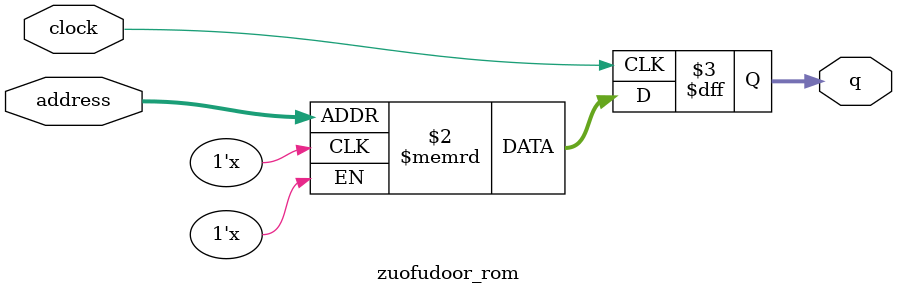
<source format=sv>
module zuofudoor_rom (
	input logic clock,
	input logic [10:0] address,
	output logic [2:0] q
);

logic [2:0] memory [0:1224] /* synthesis ram_init_file = "./zuofudoor/zuofudoor.COE" */;

always_ff @ (posedge clock) begin
	q <= memory[address];
end

endmodule

</source>
